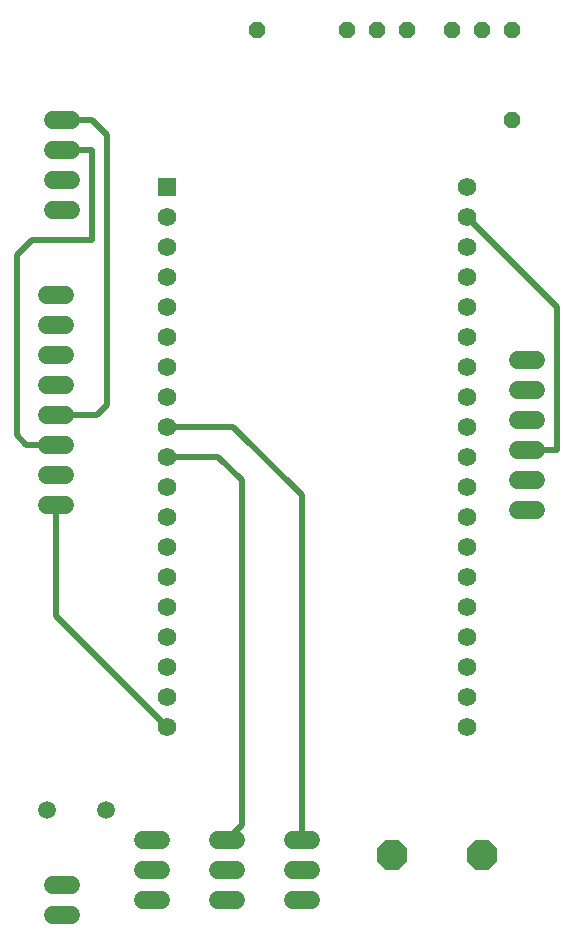
<source format=gbr>
G04 EAGLE Gerber RS-274X export*
G75*
%MOMM*%
%FSLAX34Y34*%
%LPD*%
%INBottom Copper*%
%IPPOS*%
%AMOC8*
5,1,8,0,0,1.08239X$1,22.5*%
G01*
%ADD10R,1.560000X1.560000*%
%ADD11C,1.560000*%
%ADD12C,1.524000*%
%ADD13C,1.508000*%
%ADD14P,2.749271X8X22.500000*%
%ADD15P,1.429621X8X202.500000*%
%ADD16P,1.429621X8X22.500000*%
%ADD17P,1.429621X8X112.500000*%
%ADD18C,1.508000*%
%ADD19C,0.508000*%


D10*
X431800Y527800D03*
D11*
X431800Y502400D03*
X431800Y70600D03*
X431800Y477000D03*
X431800Y451600D03*
X431800Y426200D03*
X431800Y400800D03*
X431800Y375400D03*
X431800Y350000D03*
X431800Y324600D03*
X431800Y299200D03*
X431800Y273800D03*
X431800Y248400D03*
X431800Y223000D03*
X431800Y197600D03*
X431800Y172200D03*
X431800Y146800D03*
X431800Y121400D03*
X431800Y96000D03*
X685800Y527800D03*
X685800Y502400D03*
X685800Y477000D03*
X685800Y451600D03*
X685800Y426200D03*
X685800Y400800D03*
X685800Y375400D03*
X685800Y350000D03*
X685800Y324600D03*
X685800Y299200D03*
X685800Y273800D03*
X685800Y248400D03*
X685800Y223000D03*
X685800Y197600D03*
X685800Y172200D03*
X685800Y146800D03*
X685800Y121400D03*
X685800Y96000D03*
X685800Y70600D03*
D12*
X350520Y584200D02*
X335280Y584200D01*
X335280Y558800D02*
X350520Y558800D01*
X350520Y533400D02*
X335280Y533400D01*
X335280Y508000D02*
X350520Y508000D01*
D13*
X345440Y385760D02*
X330360Y385760D01*
X330360Y360360D02*
X345440Y360360D01*
X345440Y334960D02*
X330360Y334960D01*
X330360Y309560D02*
X345440Y309560D01*
X345440Y284160D02*
X330360Y284160D01*
X330360Y258760D02*
X345440Y258760D01*
X345440Y411160D02*
X330360Y411160D01*
X330360Y436560D02*
X345440Y436560D01*
D12*
X728980Y381000D02*
X744220Y381000D01*
X744220Y355600D02*
X728980Y355600D01*
X728980Y330200D02*
X744220Y330200D01*
X744220Y304800D02*
X728980Y304800D01*
X728980Y279400D02*
X744220Y279400D01*
X744220Y254000D02*
X728980Y254000D01*
D14*
X622300Y-38100D03*
X698500Y-38100D03*
D15*
X635000Y660400D03*
X609600Y660400D03*
D16*
X673100Y660400D03*
X698500Y660400D03*
D17*
X723900Y584200D03*
X723900Y660400D03*
D16*
X508000Y660400D03*
X584200Y660400D03*
D18*
X380600Y0D03*
X330600Y0D03*
D12*
X335280Y-88900D02*
X350520Y-88900D01*
X350520Y-63500D02*
X335280Y-63500D01*
X411480Y-25400D02*
X426720Y-25400D01*
X426720Y-50800D02*
X411480Y-50800D01*
X411480Y-76200D02*
X426720Y-76200D01*
X474980Y-25400D02*
X490220Y-25400D01*
X490220Y-50800D02*
X474980Y-50800D01*
X474980Y-76200D02*
X490220Y-76200D01*
X538480Y-25400D02*
X553720Y-25400D01*
X553720Y-50800D02*
X538480Y-50800D01*
X538480Y-76200D02*
X553720Y-76200D01*
D19*
X337900Y164500D02*
X337900Y258760D01*
X337900Y164500D02*
X431800Y70600D01*
X431800Y324600D02*
X488200Y324600D01*
X546100Y266700D01*
X546100Y-25400D01*
X475500Y299200D02*
X431800Y299200D01*
X495300Y279400D02*
X495300Y-12700D01*
X482600Y-25400D01*
X495300Y279400D02*
X475500Y299200D01*
X368300Y558800D02*
X342900Y558800D01*
X368300Y558800D02*
X368300Y482600D01*
X317500Y482600D01*
X304800Y469900D01*
X304800Y317500D01*
X312740Y309560D01*
X337900Y309560D01*
X342900Y584200D02*
X368300Y584200D01*
X381000Y571500D01*
X381000Y342900D01*
X373060Y334960D01*
X337900Y334960D01*
X685800Y502400D02*
X762000Y426200D01*
X762000Y304800D01*
X736600Y304800D01*
M02*

</source>
